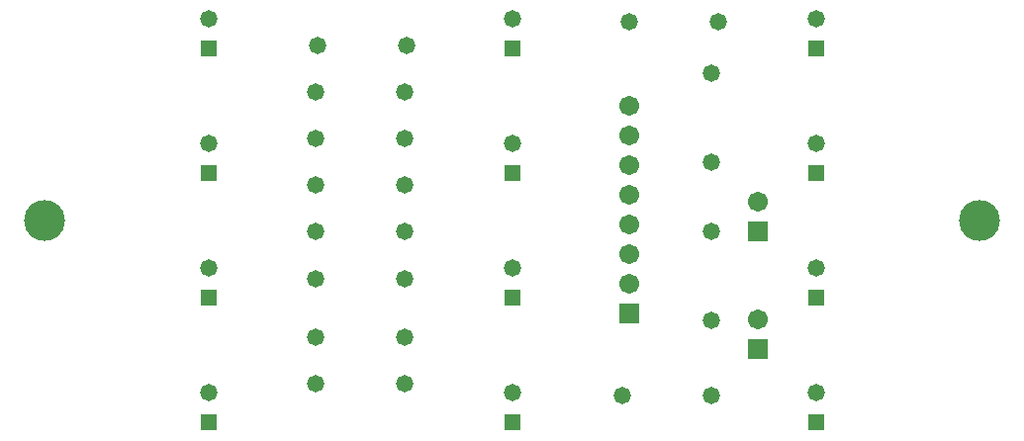
<source format=gbr>
G04 DipTrace 2.4.0.2*
%INTopMask.gbr*%
%MOIN*%
%ADD21C,0.1378*%
%ADD28C,0.058*%
%ADD30C,0.0671*%
%ADD32R,0.0671X0.0671*%
%ADD34R,0.058X0.058*%
%ADD36C,0.058*%
%FSLAX44Y44*%
G04*
G70*
G90*
G75*
G01*
%LNTopMask*%
%LPD*%
D36*
X11027Y19401D3*
D34*
Y18401D3*
D36*
X21263Y19401D3*
D34*
Y18401D3*
D36*
X31499Y19401D3*
D34*
Y18401D3*
D36*
X11027Y15200D3*
D34*
Y14200D3*
D36*
X21263Y15200D3*
D34*
Y14200D3*
D36*
X31499Y15200D3*
D34*
Y14200D3*
D36*
X11027Y11003D3*
D34*
Y10003D3*
D36*
X21263Y11003D3*
D34*
Y10003D3*
D36*
X31499Y11003D3*
D34*
Y10003D3*
D36*
X11027Y6802D3*
D34*
Y5802D3*
D36*
X21263Y6802D3*
D34*
Y5802D3*
D36*
X31499Y6802D3*
D34*
Y5802D3*
D21*
X5515Y12602D3*
X37011D3*
D32*
X29531Y12208D3*
D30*
Y13208D3*
D32*
Y8271D3*
D30*
Y9271D3*
D36*
X17720Y18507D3*
D28*
X14720D3*
D36*
X17645Y16932D3*
D28*
X14645D3*
D36*
X25200Y19294D3*
D28*
X28200D3*
D36*
X17645Y15357D3*
D28*
X14645D3*
D36*
X17645Y13783D3*
D28*
X14645D3*
D36*
X27956Y14570D3*
D28*
Y17570D3*
D36*
X17645Y12208D3*
D28*
X14645D3*
D36*
X17645Y10633D3*
D28*
X14645D3*
D36*
X27956Y12208D3*
D28*
Y9208D3*
D36*
X17645Y8665D3*
D28*
X14645D3*
D36*
X17645Y7090D3*
D28*
X14645D3*
D36*
X27956Y6696D3*
D28*
X24956D3*
D32*
X25200Y9452D3*
D30*
Y10452D3*
Y11452D3*
Y12452D3*
Y13452D3*
Y14452D3*
Y15452D3*
Y16452D3*
M02*

</source>
